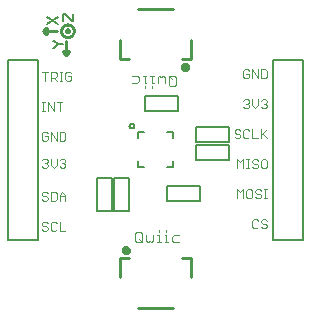
<source format=gbr>
G04 EAGLE Gerber RS-274X export*
G75*
%MOMM*%
%FSLAX34Y34*%
%LPD*%
%AMOC8*
5,1,8,0,0,1.08239X$1,22.5*%
G01*
%ADD10C,0.076200*%
%ADD11C,0.101600*%
%ADD12C,0.254000*%
%ADD13C,0.152400*%
%ADD14C,0.127000*%
%ADD15C,0.400000*%


D10*
X30861Y173101D02*
X33318Y173101D01*
X32090Y173101D02*
X32090Y180473D01*
X33318Y180473D02*
X30861Y180473D01*
X35850Y180473D02*
X35850Y173101D01*
X40765Y173101D02*
X35850Y180473D01*
X40765Y180473D02*
X40765Y173101D01*
X45792Y173101D02*
X45792Y180473D01*
X43335Y180473D02*
X48249Y180473D01*
X33318Y198501D02*
X33318Y205873D01*
X30861Y205873D02*
X35776Y205873D01*
X38345Y205873D02*
X38345Y198501D01*
X38345Y205873D02*
X42031Y205873D01*
X43260Y204645D01*
X43260Y202187D01*
X42031Y200958D01*
X38345Y200958D01*
X40803Y200958D02*
X43260Y198501D01*
X45829Y198501D02*
X48287Y198501D01*
X47058Y198501D02*
X47058Y205873D01*
X45829Y205873D02*
X48287Y205873D01*
X54505Y205873D02*
X55734Y204645D01*
X54505Y205873D02*
X52047Y205873D01*
X50819Y204645D01*
X50819Y199730D01*
X52047Y198501D01*
X54505Y198501D01*
X55734Y199730D01*
X55734Y202187D01*
X53276Y202187D01*
X34547Y155073D02*
X35776Y153845D01*
X34547Y155073D02*
X32090Y155073D01*
X30861Y153845D01*
X30861Y148930D01*
X32090Y147701D01*
X34547Y147701D01*
X35776Y148930D01*
X35776Y151387D01*
X33318Y151387D01*
X38345Y147701D02*
X38345Y155073D01*
X43260Y147701D01*
X43260Y155073D01*
X45829Y155073D02*
X45829Y147701D01*
X49515Y147701D01*
X50744Y148930D01*
X50744Y153845D01*
X49515Y155073D01*
X45829Y155073D01*
X32090Y132213D02*
X30861Y130985D01*
X32090Y132213D02*
X34547Y132213D01*
X35776Y130985D01*
X35776Y129756D01*
X34547Y128527D01*
X33318Y128527D01*
X34547Y128527D02*
X35776Y127298D01*
X35776Y126070D01*
X34547Y124841D01*
X32090Y124841D01*
X30861Y126070D01*
X38345Y127298D02*
X38345Y132213D01*
X38345Y127298D02*
X40803Y124841D01*
X43260Y127298D01*
X43260Y132213D01*
X45829Y130985D02*
X47058Y132213D01*
X49515Y132213D01*
X50744Y130985D01*
X50744Y129756D01*
X49515Y128527D01*
X48287Y128527D01*
X49515Y128527D02*
X50744Y127298D01*
X50744Y126070D01*
X49515Y124841D01*
X47058Y124841D01*
X45829Y126070D01*
X34547Y104273D02*
X35776Y103045D01*
X34547Y104273D02*
X32090Y104273D01*
X30861Y103045D01*
X30861Y101816D01*
X32090Y100587D01*
X34547Y100587D01*
X35776Y99358D01*
X35776Y98130D01*
X34547Y96901D01*
X32090Y96901D01*
X30861Y98130D01*
X38345Y96901D02*
X38345Y104273D01*
X38345Y96901D02*
X42031Y96901D01*
X43260Y98130D01*
X43260Y103045D01*
X42031Y104273D01*
X38345Y104273D01*
X45829Y101816D02*
X45829Y96901D01*
X45829Y101816D02*
X48287Y104273D01*
X50744Y101816D01*
X50744Y96901D01*
X50744Y100587D02*
X45829Y100587D01*
X34547Y78873D02*
X35776Y77645D01*
X34547Y78873D02*
X32090Y78873D01*
X30861Y77645D01*
X30861Y76416D01*
X32090Y75187D01*
X34547Y75187D01*
X35776Y73958D01*
X35776Y72730D01*
X34547Y71501D01*
X32090Y71501D01*
X30861Y72730D01*
X42031Y78873D02*
X43260Y77645D01*
X42031Y78873D02*
X39574Y78873D01*
X38345Y77645D01*
X38345Y72730D01*
X39574Y71501D01*
X42031Y71501D01*
X43260Y72730D01*
X45829Y71501D02*
X45829Y78873D01*
X45829Y71501D02*
X50744Y71501D01*
X212619Y80905D02*
X213848Y79677D01*
X212619Y80905D02*
X210161Y80905D01*
X208933Y79677D01*
X208933Y74762D01*
X210161Y73533D01*
X212619Y73533D01*
X213848Y74762D01*
X220103Y80905D02*
X221332Y79677D01*
X220103Y80905D02*
X217646Y80905D01*
X216417Y79677D01*
X216417Y78448D01*
X217646Y77219D01*
X220103Y77219D01*
X221332Y75990D01*
X221332Y74762D01*
X220103Y73533D01*
X217646Y73533D01*
X216417Y74762D01*
X196459Y98933D02*
X196459Y106305D01*
X198917Y103848D01*
X201374Y106305D01*
X201374Y98933D01*
X205172Y106305D02*
X207629Y106305D01*
X205172Y106305D02*
X203943Y105077D01*
X203943Y100162D01*
X205172Y98933D01*
X207629Y98933D01*
X208858Y100162D01*
X208858Y105077D01*
X207629Y106305D01*
X215114Y106305D02*
X216342Y105077D01*
X215114Y106305D02*
X212656Y106305D01*
X211427Y105077D01*
X211427Y103848D01*
X212656Y102619D01*
X215114Y102619D01*
X216342Y101390D01*
X216342Y100162D01*
X215114Y98933D01*
X212656Y98933D01*
X211427Y100162D01*
X218912Y98933D02*
X221369Y98933D01*
X220140Y98933D02*
X220140Y106305D01*
X218912Y106305D02*
X221369Y106305D01*
X196459Y124333D02*
X196459Y131705D01*
X198917Y129248D01*
X201374Y131705D01*
X201374Y124333D01*
X203943Y124333D02*
X206401Y124333D01*
X205172Y124333D02*
X205172Y131705D01*
X203943Y131705D02*
X206401Y131705D01*
X212619Y131705D02*
X213848Y130477D01*
X212619Y131705D02*
X210161Y131705D01*
X208933Y130477D01*
X208933Y129248D01*
X210161Y128019D01*
X212619Y128019D01*
X213848Y126790D01*
X213848Y125562D01*
X212619Y124333D01*
X210161Y124333D01*
X208933Y125562D01*
X217646Y131705D02*
X220103Y131705D01*
X217646Y131705D02*
X216417Y130477D01*
X216417Y125562D01*
X217646Y124333D01*
X220103Y124333D01*
X221332Y125562D01*
X221332Y130477D01*
X220103Y131705D01*
X198879Y155877D02*
X197651Y157105D01*
X195193Y157105D01*
X193964Y155877D01*
X193964Y154648D01*
X195193Y153419D01*
X197651Y153419D01*
X198879Y152190D01*
X198879Y150962D01*
X197651Y149733D01*
X195193Y149733D01*
X193964Y150962D01*
X205135Y157105D02*
X206363Y155877D01*
X205135Y157105D02*
X202677Y157105D01*
X201449Y155877D01*
X201449Y150962D01*
X202677Y149733D01*
X205135Y149733D01*
X206363Y150962D01*
X208933Y149733D02*
X208933Y157105D01*
X208933Y149733D02*
X213848Y149733D01*
X216417Y149733D02*
X216417Y157105D01*
X216417Y152190D02*
X221332Y157105D01*
X217646Y153419D02*
X221332Y149733D01*
X201449Y181277D02*
X202677Y182505D01*
X205135Y182505D01*
X206363Y181277D01*
X206363Y180048D01*
X205135Y178819D01*
X203906Y178819D01*
X205135Y178819D02*
X206363Y177590D01*
X206363Y176362D01*
X205135Y175133D01*
X202677Y175133D01*
X201449Y176362D01*
X208933Y177590D02*
X208933Y182505D01*
X208933Y177590D02*
X211390Y175133D01*
X213848Y177590D01*
X213848Y182505D01*
X216417Y181277D02*
X217646Y182505D01*
X220103Y182505D01*
X221332Y181277D01*
X221332Y180048D01*
X220103Y178819D01*
X218874Y178819D01*
X220103Y178819D02*
X221332Y177590D01*
X221332Y176362D01*
X220103Y175133D01*
X217646Y175133D01*
X216417Y176362D01*
X206363Y206677D02*
X205135Y207905D01*
X202677Y207905D01*
X201449Y206677D01*
X201449Y201762D01*
X202677Y200533D01*
X205135Y200533D01*
X206363Y201762D01*
X206363Y204219D01*
X203906Y204219D01*
X208933Y200533D02*
X208933Y207905D01*
X213848Y200533D01*
X213848Y207905D01*
X216417Y207905D02*
X216417Y200533D01*
X220103Y200533D01*
X221332Y201762D01*
X221332Y206677D01*
X220103Y207905D01*
X216417Y207905D01*
D11*
X109728Y69095D02*
X109728Y62993D01*
X109728Y69095D02*
X111253Y70620D01*
X114304Y70620D01*
X115829Y69095D01*
X115829Y62993D01*
X114304Y61468D01*
X111253Y61468D01*
X109728Y62993D01*
X112779Y64519D02*
X115829Y61468D01*
X119083Y62993D02*
X119083Y67569D01*
X119083Y62993D02*
X120608Y61468D01*
X122134Y62993D01*
X123659Y61468D01*
X125184Y62993D01*
X125184Y67569D01*
X128438Y67569D02*
X129964Y67569D01*
X129964Y61468D01*
X131489Y61468D02*
X128438Y61468D01*
X129964Y70620D02*
X129964Y72145D01*
X134675Y67569D02*
X136200Y67569D01*
X136200Y61468D01*
X134675Y61468D02*
X137726Y61468D01*
X136200Y70620D02*
X136200Y72145D01*
X142437Y67569D02*
X147013Y67569D01*
X142437Y67569D02*
X140912Y66044D01*
X140912Y62993D01*
X142437Y61468D01*
X147013Y61468D01*
X144272Y195066D02*
X144272Y201167D01*
X144272Y195066D02*
X142747Y193540D01*
X139696Y193540D01*
X138171Y195066D01*
X138171Y201167D01*
X139696Y202692D01*
X142747Y202692D01*
X144272Y201167D01*
X141221Y199641D02*
X138171Y202692D01*
X134917Y201167D02*
X134917Y196591D01*
X134917Y201167D02*
X133392Y202692D01*
X131866Y201167D01*
X130341Y202692D01*
X128816Y201167D01*
X128816Y196591D01*
X125562Y196591D02*
X124036Y196591D01*
X124036Y202692D01*
X122511Y202692D02*
X125562Y202692D01*
X124036Y193540D02*
X124036Y192015D01*
X119325Y196591D02*
X117800Y196591D01*
X117800Y202692D01*
X119325Y202692D02*
X116274Y202692D01*
X117800Y193540D02*
X117800Y192015D01*
X111563Y196591D02*
X106987Y196591D01*
X111563Y196591D02*
X113088Y198116D01*
X113088Y201167D01*
X111563Y202692D01*
X106987Y202692D01*
D12*
X43625Y240443D02*
X32195Y240443D01*
X34735Y237903D01*
X32195Y240443D02*
X34735Y242983D01*
X34989Y243237D02*
X34989Y237649D01*
D13*
X39871Y226473D02*
X41311Y226473D01*
X44192Y229354D01*
X41311Y232235D01*
X39871Y232235D01*
X44192Y229354D02*
X48514Y229354D01*
X35489Y246602D02*
X44133Y252365D01*
X44133Y246602D02*
X35489Y252365D01*
X48761Y254682D02*
X48761Y248920D01*
X48761Y254682D02*
X50201Y254682D01*
X55963Y248920D01*
X57404Y248920D01*
X57404Y254682D01*
D12*
X51245Y240665D02*
X51247Y240736D01*
X51253Y240807D01*
X51263Y240878D01*
X51277Y240948D01*
X51295Y241017D01*
X51316Y241084D01*
X51342Y241151D01*
X51371Y241216D01*
X51403Y241279D01*
X51440Y241341D01*
X51479Y241400D01*
X51522Y241457D01*
X51568Y241511D01*
X51617Y241563D01*
X51669Y241612D01*
X51723Y241658D01*
X51780Y241701D01*
X51839Y241740D01*
X51901Y241777D01*
X51964Y241809D01*
X52029Y241838D01*
X52096Y241864D01*
X52163Y241885D01*
X52232Y241903D01*
X52302Y241917D01*
X52373Y241927D01*
X52444Y241933D01*
X52515Y241935D01*
X52586Y241933D01*
X52657Y241927D01*
X52728Y241917D01*
X52798Y241903D01*
X52867Y241885D01*
X52934Y241864D01*
X53001Y241838D01*
X53066Y241809D01*
X53129Y241777D01*
X53191Y241740D01*
X53250Y241701D01*
X53307Y241658D01*
X53361Y241612D01*
X53413Y241563D01*
X53462Y241511D01*
X53508Y241457D01*
X53551Y241400D01*
X53590Y241341D01*
X53627Y241279D01*
X53659Y241216D01*
X53688Y241151D01*
X53714Y241084D01*
X53735Y241017D01*
X53753Y240948D01*
X53767Y240878D01*
X53777Y240807D01*
X53783Y240736D01*
X53785Y240665D01*
X53783Y240594D01*
X53777Y240523D01*
X53767Y240452D01*
X53753Y240382D01*
X53735Y240313D01*
X53714Y240246D01*
X53688Y240179D01*
X53659Y240114D01*
X53627Y240051D01*
X53590Y239989D01*
X53551Y239930D01*
X53508Y239873D01*
X53462Y239819D01*
X53413Y239767D01*
X53361Y239718D01*
X53307Y239672D01*
X53250Y239629D01*
X53191Y239590D01*
X53129Y239553D01*
X53066Y239521D01*
X53001Y239492D01*
X52934Y239466D01*
X52867Y239445D01*
X52798Y239427D01*
X52728Y239413D01*
X52657Y239403D01*
X52586Y239397D01*
X52515Y239395D01*
X52444Y239397D01*
X52373Y239403D01*
X52302Y239413D01*
X52232Y239427D01*
X52163Y239445D01*
X52096Y239466D01*
X52029Y239492D01*
X51964Y239521D01*
X51901Y239553D01*
X51839Y239590D01*
X51780Y239629D01*
X51723Y239672D01*
X51669Y239718D01*
X51617Y239767D01*
X51568Y239819D01*
X51522Y239873D01*
X51479Y239930D01*
X51440Y239989D01*
X51403Y240051D01*
X51371Y240114D01*
X51342Y240179D01*
X51316Y240246D01*
X51295Y240313D01*
X51277Y240382D01*
X51263Y240452D01*
X51253Y240523D01*
X51247Y240594D01*
X51245Y240665D01*
X47181Y240665D02*
X47183Y240811D01*
X47189Y240956D01*
X47199Y241102D01*
X47213Y241247D01*
X47231Y241391D01*
X47252Y241535D01*
X47278Y241679D01*
X47308Y241821D01*
X47341Y241963D01*
X47379Y242104D01*
X47420Y242244D01*
X47465Y242382D01*
X47514Y242520D01*
X47566Y242656D01*
X47623Y242790D01*
X47682Y242923D01*
X47746Y243054D01*
X47813Y243183D01*
X47884Y243311D01*
X47958Y243436D01*
X48035Y243560D01*
X48116Y243681D01*
X48200Y243800D01*
X48287Y243917D01*
X48377Y244031D01*
X48471Y244143D01*
X48567Y244252D01*
X48667Y244359D01*
X48769Y244462D01*
X48874Y244563D01*
X48982Y244661D01*
X49093Y244756D01*
X49206Y244848D01*
X49321Y244937D01*
X49439Y245023D01*
X49559Y245105D01*
X49682Y245184D01*
X49806Y245260D01*
X49933Y245332D01*
X50061Y245401D01*
X50191Y245466D01*
X50323Y245528D01*
X50457Y245586D01*
X50592Y245640D01*
X50729Y245691D01*
X50867Y245738D01*
X51006Y245781D01*
X51146Y245820D01*
X51288Y245856D01*
X51430Y245887D01*
X51573Y245915D01*
X51717Y245939D01*
X51861Y245959D01*
X52006Y245975D01*
X52151Y245987D01*
X52296Y245995D01*
X52442Y245999D01*
X52588Y245999D01*
X52734Y245995D01*
X52879Y245987D01*
X53024Y245975D01*
X53169Y245959D01*
X53313Y245939D01*
X53457Y245915D01*
X53600Y245887D01*
X53742Y245856D01*
X53884Y245820D01*
X54024Y245781D01*
X54163Y245738D01*
X54301Y245691D01*
X54438Y245640D01*
X54573Y245586D01*
X54707Y245528D01*
X54839Y245466D01*
X54969Y245401D01*
X55097Y245332D01*
X55224Y245260D01*
X55348Y245184D01*
X55471Y245105D01*
X55591Y245023D01*
X55709Y244937D01*
X55824Y244848D01*
X55937Y244756D01*
X56048Y244661D01*
X56156Y244563D01*
X56261Y244462D01*
X56363Y244359D01*
X56463Y244252D01*
X56559Y244143D01*
X56653Y244031D01*
X56743Y243917D01*
X56830Y243800D01*
X56914Y243681D01*
X56995Y243560D01*
X57072Y243436D01*
X57146Y243311D01*
X57217Y243183D01*
X57284Y243054D01*
X57348Y242923D01*
X57407Y242790D01*
X57464Y242656D01*
X57516Y242520D01*
X57565Y242382D01*
X57610Y242244D01*
X57651Y242104D01*
X57689Y241963D01*
X57722Y241821D01*
X57752Y241679D01*
X57778Y241535D01*
X57799Y241391D01*
X57817Y241247D01*
X57831Y241102D01*
X57841Y240956D01*
X57847Y240811D01*
X57849Y240665D01*
X57847Y240519D01*
X57841Y240374D01*
X57831Y240228D01*
X57817Y240083D01*
X57799Y239939D01*
X57778Y239795D01*
X57752Y239651D01*
X57722Y239509D01*
X57689Y239367D01*
X57651Y239226D01*
X57610Y239086D01*
X57565Y238948D01*
X57516Y238810D01*
X57464Y238674D01*
X57407Y238540D01*
X57348Y238407D01*
X57284Y238276D01*
X57217Y238147D01*
X57146Y238019D01*
X57072Y237894D01*
X56995Y237770D01*
X56914Y237649D01*
X56830Y237530D01*
X56743Y237413D01*
X56653Y237299D01*
X56559Y237187D01*
X56463Y237078D01*
X56363Y236971D01*
X56261Y236868D01*
X56156Y236767D01*
X56048Y236669D01*
X55937Y236574D01*
X55824Y236482D01*
X55709Y236393D01*
X55591Y236307D01*
X55471Y236225D01*
X55348Y236146D01*
X55224Y236070D01*
X55097Y235998D01*
X54969Y235929D01*
X54839Y235864D01*
X54707Y235802D01*
X54573Y235744D01*
X54438Y235690D01*
X54301Y235639D01*
X54163Y235592D01*
X54024Y235549D01*
X53884Y235510D01*
X53742Y235474D01*
X53600Y235443D01*
X53457Y235415D01*
X53313Y235391D01*
X53169Y235371D01*
X53024Y235355D01*
X52879Y235343D01*
X52734Y235335D01*
X52588Y235331D01*
X52442Y235331D01*
X52296Y235335D01*
X52151Y235343D01*
X52006Y235355D01*
X51861Y235371D01*
X51717Y235391D01*
X51573Y235415D01*
X51430Y235443D01*
X51288Y235474D01*
X51146Y235510D01*
X51006Y235549D01*
X50867Y235592D01*
X50729Y235639D01*
X50592Y235690D01*
X50457Y235744D01*
X50323Y235802D01*
X50191Y235864D01*
X50061Y235929D01*
X49933Y235998D01*
X49806Y236070D01*
X49682Y236146D01*
X49559Y236225D01*
X49439Y236307D01*
X49321Y236393D01*
X49206Y236482D01*
X49093Y236574D01*
X48982Y236669D01*
X48874Y236767D01*
X48769Y236868D01*
X48667Y236971D01*
X48567Y237078D01*
X48471Y237187D01*
X48377Y237299D01*
X48287Y237413D01*
X48200Y237530D01*
X48116Y237649D01*
X48035Y237770D01*
X47958Y237894D01*
X47884Y238019D01*
X47813Y238147D01*
X47746Y238276D01*
X47682Y238407D01*
X47623Y238540D01*
X47566Y238674D01*
X47514Y238810D01*
X47465Y238948D01*
X47420Y239086D01*
X47379Y239226D01*
X47341Y239367D01*
X47308Y239509D01*
X47278Y239651D01*
X47252Y239795D01*
X47231Y239939D01*
X47213Y240083D01*
X47199Y240228D01*
X47189Y240374D01*
X47183Y240519D01*
X47181Y240665D01*
X51403Y231839D02*
X51403Y220409D01*
X53943Y222949D01*
X51403Y220409D02*
X48863Y222949D01*
X48609Y223203D02*
X54197Y223203D01*
D14*
X118420Y172830D02*
X146360Y172830D01*
X118420Y172830D02*
X118420Y185530D01*
X146360Y185530D01*
X146360Y172830D01*
X137160Y96360D02*
X165100Y96360D01*
X137160Y96360D02*
X137160Y109060D01*
X165100Y109060D01*
X165100Y96360D01*
X27700Y63800D02*
X2300Y63800D01*
X2300Y216200D01*
X27700Y216200D01*
X27700Y63800D01*
D15*
X150586Y210000D02*
X150588Y210075D01*
X150594Y210149D01*
X150604Y210223D01*
X150617Y210296D01*
X150635Y210369D01*
X150656Y210440D01*
X150681Y210511D01*
X150710Y210580D01*
X150743Y210647D01*
X150779Y210712D01*
X150818Y210776D01*
X150860Y210837D01*
X150906Y210896D01*
X150955Y210953D01*
X151007Y211006D01*
X151061Y211057D01*
X151118Y211106D01*
X151178Y211150D01*
X151240Y211192D01*
X151304Y211231D01*
X151370Y211266D01*
X151437Y211297D01*
X151507Y211325D01*
X151577Y211349D01*
X151649Y211370D01*
X151722Y211386D01*
X151795Y211399D01*
X151870Y211408D01*
X151944Y211413D01*
X152019Y211414D01*
X152093Y211411D01*
X152168Y211404D01*
X152241Y211393D01*
X152315Y211379D01*
X152387Y211360D01*
X152458Y211338D01*
X152528Y211312D01*
X152597Y211282D01*
X152663Y211249D01*
X152728Y211212D01*
X152791Y211172D01*
X152852Y211128D01*
X152910Y211082D01*
X152966Y211032D01*
X153019Y210980D01*
X153070Y210925D01*
X153117Y210867D01*
X153161Y210807D01*
X153202Y210744D01*
X153240Y210680D01*
X153274Y210614D01*
X153305Y210545D01*
X153332Y210476D01*
X153355Y210405D01*
X153374Y210333D01*
X153390Y210260D01*
X153402Y210186D01*
X153410Y210112D01*
X153414Y210037D01*
X153414Y209963D01*
X153410Y209888D01*
X153402Y209814D01*
X153390Y209740D01*
X153374Y209667D01*
X153355Y209595D01*
X153332Y209524D01*
X153305Y209455D01*
X153274Y209386D01*
X153240Y209320D01*
X153202Y209256D01*
X153161Y209193D01*
X153117Y209133D01*
X153070Y209075D01*
X153019Y209020D01*
X152966Y208968D01*
X152910Y208918D01*
X152852Y208872D01*
X152791Y208828D01*
X152728Y208788D01*
X152663Y208751D01*
X152597Y208718D01*
X152528Y208688D01*
X152458Y208662D01*
X152387Y208640D01*
X152315Y208621D01*
X152241Y208607D01*
X152168Y208596D01*
X152093Y208589D01*
X152019Y208586D01*
X151944Y208587D01*
X151870Y208592D01*
X151795Y208601D01*
X151722Y208614D01*
X151649Y208630D01*
X151577Y208651D01*
X151507Y208675D01*
X151437Y208703D01*
X151370Y208734D01*
X151304Y208769D01*
X151240Y208808D01*
X151178Y208850D01*
X151118Y208894D01*
X151061Y208943D01*
X151007Y208994D01*
X150955Y209047D01*
X150906Y209104D01*
X150860Y209163D01*
X150818Y209224D01*
X150779Y209288D01*
X150743Y209353D01*
X150710Y209420D01*
X150681Y209489D01*
X150656Y209560D01*
X150635Y209631D01*
X150617Y209704D01*
X150604Y209777D01*
X150594Y209851D01*
X150588Y209925D01*
X150586Y210000D01*
D12*
X142000Y259000D02*
X112000Y259000D01*
X157000Y233000D02*
X157000Y216500D01*
X104500Y216500D02*
X97000Y216500D01*
X97000Y233000D01*
X149500Y216500D02*
X157000Y216500D01*
D15*
X100586Y55000D02*
X100588Y55075D01*
X100594Y55149D01*
X100604Y55223D01*
X100617Y55296D01*
X100635Y55369D01*
X100656Y55440D01*
X100681Y55511D01*
X100710Y55580D01*
X100743Y55647D01*
X100779Y55712D01*
X100818Y55776D01*
X100860Y55837D01*
X100906Y55896D01*
X100955Y55953D01*
X101007Y56006D01*
X101061Y56057D01*
X101118Y56106D01*
X101178Y56150D01*
X101240Y56192D01*
X101304Y56231D01*
X101370Y56266D01*
X101437Y56297D01*
X101507Y56325D01*
X101577Y56349D01*
X101649Y56370D01*
X101722Y56386D01*
X101795Y56399D01*
X101870Y56408D01*
X101944Y56413D01*
X102019Y56414D01*
X102093Y56411D01*
X102168Y56404D01*
X102241Y56393D01*
X102315Y56379D01*
X102387Y56360D01*
X102458Y56338D01*
X102528Y56312D01*
X102597Y56282D01*
X102663Y56249D01*
X102728Y56212D01*
X102791Y56172D01*
X102852Y56128D01*
X102910Y56082D01*
X102966Y56032D01*
X103019Y55980D01*
X103070Y55925D01*
X103117Y55867D01*
X103161Y55807D01*
X103202Y55744D01*
X103240Y55680D01*
X103274Y55614D01*
X103305Y55545D01*
X103332Y55476D01*
X103355Y55405D01*
X103374Y55333D01*
X103390Y55260D01*
X103402Y55186D01*
X103410Y55112D01*
X103414Y55037D01*
X103414Y54963D01*
X103410Y54888D01*
X103402Y54814D01*
X103390Y54740D01*
X103374Y54667D01*
X103355Y54595D01*
X103332Y54524D01*
X103305Y54455D01*
X103274Y54386D01*
X103240Y54320D01*
X103202Y54256D01*
X103161Y54193D01*
X103117Y54133D01*
X103070Y54075D01*
X103019Y54020D01*
X102966Y53968D01*
X102910Y53918D01*
X102852Y53872D01*
X102791Y53828D01*
X102728Y53788D01*
X102663Y53751D01*
X102597Y53718D01*
X102528Y53688D01*
X102458Y53662D01*
X102387Y53640D01*
X102315Y53621D01*
X102241Y53607D01*
X102168Y53596D01*
X102093Y53589D01*
X102019Y53586D01*
X101944Y53587D01*
X101870Y53592D01*
X101795Y53601D01*
X101722Y53614D01*
X101649Y53630D01*
X101577Y53651D01*
X101507Y53675D01*
X101437Y53703D01*
X101370Y53734D01*
X101304Y53769D01*
X101240Y53808D01*
X101178Y53850D01*
X101118Y53894D01*
X101061Y53943D01*
X101007Y53994D01*
X100955Y54047D01*
X100906Y54104D01*
X100860Y54163D01*
X100818Y54224D01*
X100779Y54288D01*
X100743Y54353D01*
X100710Y54420D01*
X100681Y54489D01*
X100656Y54560D01*
X100635Y54631D01*
X100617Y54704D01*
X100604Y54777D01*
X100594Y54851D01*
X100588Y54925D01*
X100586Y55000D01*
D12*
X112000Y6000D02*
X142000Y6000D01*
X97000Y32000D02*
X97000Y48500D01*
X149500Y48500D02*
X157000Y48500D01*
X157000Y32000D01*
X104500Y48500D02*
X97000Y48500D01*
D14*
X226300Y63800D02*
X251700Y63800D01*
X226300Y63800D02*
X226300Y216200D01*
X251700Y216200D01*
X251700Y63800D01*
X89916Y87978D02*
X89916Y115918D01*
X89916Y87978D02*
X77216Y87978D01*
X77216Y115918D01*
X89916Y115918D01*
X104648Y115918D02*
X104648Y87978D01*
X91948Y87978D01*
X91948Y115918D01*
X104648Y115918D01*
X161290Y131158D02*
X189230Y131158D01*
X161290Y131158D02*
X161290Y143858D01*
X189230Y143858D01*
X189230Y131158D01*
X189230Y146144D02*
X161290Y146144D01*
X161290Y158844D01*
X189230Y158844D01*
X189230Y146144D01*
X117000Y125000D02*
X112000Y125000D01*
X112000Y130000D01*
X137000Y125000D02*
X142000Y125000D01*
X142000Y130000D01*
X142000Y150000D02*
X142000Y155000D01*
X137000Y155000D01*
X105000Y160000D02*
X105002Y160089D01*
X105008Y160178D01*
X105018Y160267D01*
X105032Y160355D01*
X105049Y160442D01*
X105071Y160528D01*
X105097Y160614D01*
X105126Y160698D01*
X105159Y160781D01*
X105195Y160862D01*
X105236Y160942D01*
X105279Y161019D01*
X105326Y161095D01*
X105377Y161168D01*
X105430Y161239D01*
X105487Y161308D01*
X105547Y161374D01*
X105610Y161438D01*
X105675Y161498D01*
X105743Y161556D01*
X105814Y161610D01*
X105887Y161661D01*
X105962Y161709D01*
X106039Y161754D01*
X106118Y161795D01*
X106199Y161832D01*
X106281Y161866D01*
X106365Y161897D01*
X106450Y161923D01*
X106536Y161946D01*
X106623Y161964D01*
X106711Y161979D01*
X106800Y161990D01*
X106889Y161997D01*
X106978Y162000D01*
X107067Y161999D01*
X107156Y161994D01*
X107244Y161985D01*
X107333Y161972D01*
X107420Y161955D01*
X107507Y161935D01*
X107593Y161910D01*
X107677Y161882D01*
X107760Y161850D01*
X107842Y161814D01*
X107922Y161775D01*
X108000Y161732D01*
X108076Y161686D01*
X108150Y161636D01*
X108222Y161583D01*
X108291Y161527D01*
X108358Y161468D01*
X108422Y161406D01*
X108483Y161342D01*
X108542Y161274D01*
X108597Y161204D01*
X108649Y161132D01*
X108698Y161057D01*
X108743Y160981D01*
X108785Y160902D01*
X108823Y160822D01*
X108858Y160740D01*
X108889Y160656D01*
X108917Y160571D01*
X108940Y160485D01*
X108960Y160398D01*
X108976Y160311D01*
X108988Y160222D01*
X108996Y160134D01*
X109000Y160045D01*
X109000Y159955D01*
X108996Y159866D01*
X108988Y159778D01*
X108976Y159689D01*
X108960Y159602D01*
X108940Y159515D01*
X108917Y159429D01*
X108889Y159344D01*
X108858Y159260D01*
X108823Y159178D01*
X108785Y159098D01*
X108743Y159019D01*
X108698Y158943D01*
X108649Y158868D01*
X108597Y158796D01*
X108542Y158726D01*
X108483Y158658D01*
X108422Y158594D01*
X108358Y158532D01*
X108291Y158473D01*
X108222Y158417D01*
X108150Y158364D01*
X108076Y158314D01*
X108000Y158268D01*
X107922Y158225D01*
X107842Y158186D01*
X107760Y158150D01*
X107677Y158118D01*
X107593Y158090D01*
X107507Y158065D01*
X107420Y158045D01*
X107333Y158028D01*
X107244Y158015D01*
X107156Y158006D01*
X107067Y158001D01*
X106978Y158000D01*
X106889Y158003D01*
X106800Y158010D01*
X106711Y158021D01*
X106623Y158036D01*
X106536Y158054D01*
X106450Y158077D01*
X106365Y158103D01*
X106281Y158134D01*
X106199Y158168D01*
X106118Y158205D01*
X106039Y158246D01*
X105962Y158291D01*
X105887Y158339D01*
X105814Y158390D01*
X105743Y158444D01*
X105675Y158502D01*
X105610Y158562D01*
X105547Y158626D01*
X105487Y158692D01*
X105430Y158761D01*
X105377Y158832D01*
X105326Y158905D01*
X105279Y158981D01*
X105236Y159058D01*
X105195Y159138D01*
X105159Y159219D01*
X105126Y159302D01*
X105097Y159386D01*
X105071Y159472D01*
X105049Y159558D01*
X105032Y159645D01*
X105018Y159733D01*
X105008Y159822D01*
X105002Y159911D01*
X105000Y160000D01*
X112000Y155000D02*
X117000Y155000D01*
X112000Y155000D02*
X112000Y150000D01*
M02*

</source>
